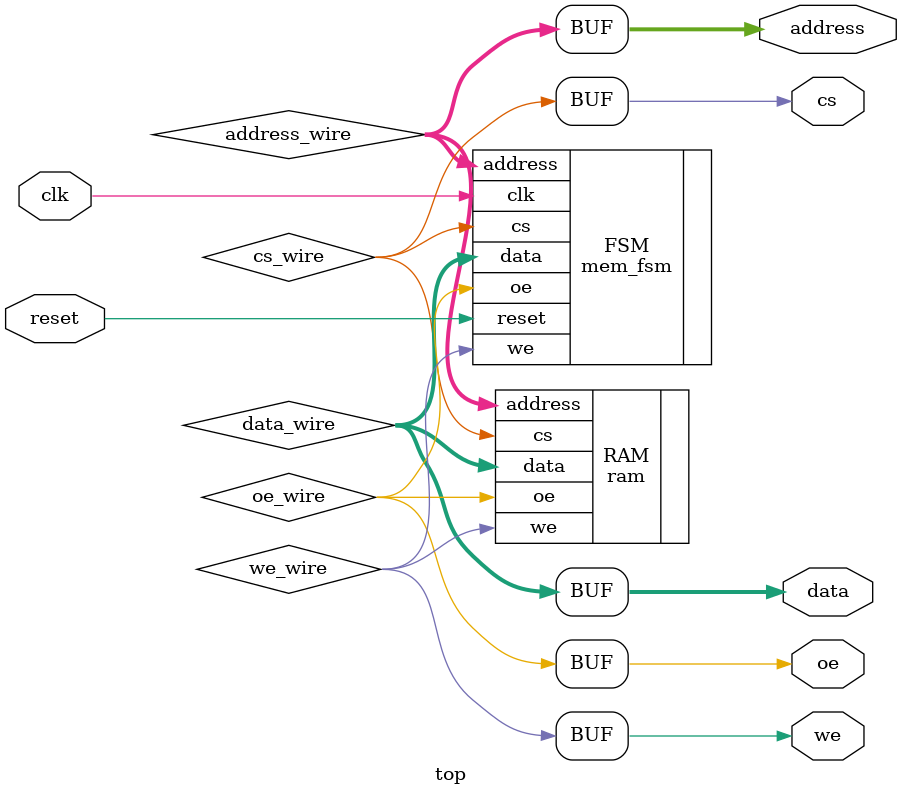
<source format=v>
module top(clk, reset, address, data, cs, we, oe);
input clk, reset;
output [4:0] address;
output [3:0] data;
output cs, we, oe;

wire [4:0] address_wire;
wire[3:0] data_wire;
wire cs_wire, we_wire, oe_wire;

assign address = address_wire;
assign data = data_wire;
assign cs = cs_wire;
assign we = we_wire;
assign oe = oe_wire;

mem_fsm FSM(.clk(clk), .reset(reset), .address(address_wire), .data(data_wire), .cs(cs_wire), .we(we_wire), .oe(oe_wire));
ram RAM(.address(address_wire), .data(data_wire), .cs(cs_wire), .we(we_wire), .oe(oe_wire));
endmodule


</source>
